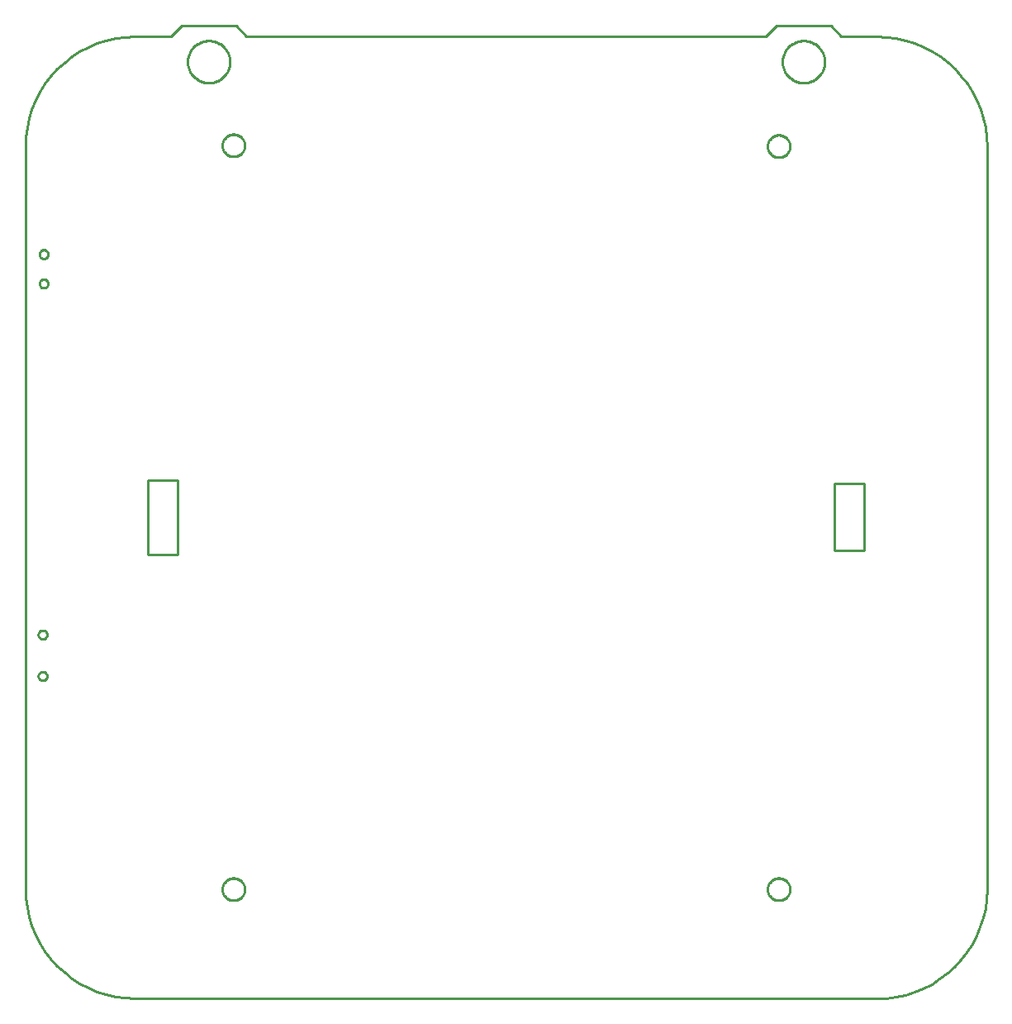
<source format=gbr>
G04 EAGLE Gerber RS-274X export*
G75*
%MOMM*%
%FSLAX34Y34*%
%LPD*%
%IN*%
%IPPOS*%
%AMOC8*
5,1,8,0,0,1.08239X$1,22.5*%
G01*
%ADD10C,0.254000*%


D10*
X15240Y128270D02*
X15612Y118472D01*
X16837Y108743D01*
X18905Y99158D01*
X21801Y89790D01*
X25502Y80710D01*
X29981Y71987D01*
X35202Y63688D01*
X41127Y55875D01*
X47711Y48609D01*
X54902Y41944D01*
X62648Y35931D01*
X70888Y30616D01*
X79559Y26039D01*
X88597Y22235D01*
X97932Y19234D01*
X107492Y17058D01*
X117207Y15723D01*
X127000Y15240D01*
X887730Y15240D01*
X897528Y15612D01*
X907257Y16837D01*
X916842Y18905D01*
X926210Y21801D01*
X935290Y25502D01*
X944013Y29981D01*
X952312Y35202D01*
X960125Y41127D01*
X967391Y47711D01*
X974056Y54902D01*
X980069Y62648D01*
X985384Y70888D01*
X989961Y79559D01*
X993765Y88597D01*
X996766Y97932D01*
X998942Y107492D01*
X1000277Y117207D01*
X1000760Y127000D01*
X1000760Y887730D01*
X1000330Y897581D01*
X999043Y907357D01*
X996909Y916984D01*
X993943Y926389D01*
X990170Y935499D01*
X985617Y944245D01*
X980319Y952561D01*
X974316Y960384D01*
X967654Y967654D01*
X960384Y974316D01*
X952561Y980319D01*
X944245Y985617D01*
X935499Y990170D01*
X926389Y993943D01*
X916984Y996909D01*
X907357Y999043D01*
X897581Y1000330D01*
X887730Y1000760D01*
X851408Y1000760D01*
X840613Y1011555D01*
X784987Y1011555D01*
X774192Y1000760D01*
X241808Y1000760D01*
X231013Y1011555D01*
X175387Y1011555D01*
X164592Y1000760D01*
X127000Y1000760D01*
X117207Y1000277D01*
X107492Y998942D01*
X97932Y996766D01*
X88597Y993765D01*
X79559Y989961D01*
X70888Y985384D01*
X62648Y980069D01*
X54902Y974056D01*
X47711Y967391D01*
X41127Y960125D01*
X35202Y952312D01*
X29981Y944013D01*
X25502Y935290D01*
X21801Y926210D01*
X18905Y916842D01*
X16837Y907257D01*
X15612Y897528D01*
X15240Y887730D01*
X15240Y128270D01*
X140970Y469900D02*
X171450Y469900D01*
X171450Y546100D01*
X140970Y546100D01*
X140970Y469900D01*
X844550Y473710D02*
X875030Y473710D01*
X875030Y542290D01*
X844550Y542290D01*
X844550Y473710D01*
X240030Y888551D02*
X239960Y887656D01*
X239819Y886768D01*
X239609Y885895D01*
X239332Y885041D01*
X238988Y884211D01*
X238580Y883411D01*
X238111Y882645D01*
X237583Y881918D01*
X237000Y881235D01*
X236365Y880600D01*
X235682Y880017D01*
X234955Y879489D01*
X234189Y879020D01*
X233389Y878612D01*
X232559Y878268D01*
X231705Y877991D01*
X230832Y877781D01*
X229945Y877640D01*
X229049Y877570D01*
X228151Y877570D01*
X227256Y877640D01*
X226368Y877781D01*
X225495Y877991D01*
X224641Y878268D01*
X223811Y878612D01*
X223011Y879020D01*
X222245Y879489D01*
X221518Y880017D01*
X220835Y880600D01*
X220200Y881235D01*
X219617Y881918D01*
X219089Y882645D01*
X218620Y883411D01*
X218212Y884211D01*
X217868Y885041D01*
X217591Y885895D01*
X217381Y886768D01*
X217240Y887656D01*
X217170Y888551D01*
X217170Y889449D01*
X217240Y890345D01*
X217381Y891232D01*
X217591Y892105D01*
X217868Y892959D01*
X218212Y893789D01*
X218620Y894589D01*
X219089Y895355D01*
X219617Y896082D01*
X220200Y896765D01*
X220835Y897400D01*
X221518Y897983D01*
X222245Y898511D01*
X223011Y898980D01*
X223811Y899388D01*
X224641Y899732D01*
X225495Y900009D01*
X226368Y900219D01*
X227256Y900360D01*
X228151Y900430D01*
X229049Y900430D01*
X229945Y900360D01*
X230832Y900219D01*
X231705Y900009D01*
X232559Y899732D01*
X233389Y899388D01*
X234189Y898980D01*
X234955Y898511D01*
X235682Y897983D01*
X236365Y897400D01*
X237000Y896765D01*
X237583Y896082D01*
X238111Y895355D01*
X238580Y894589D01*
X238988Y893789D01*
X239332Y892959D01*
X239609Y892105D01*
X239819Y891232D01*
X239960Y890345D01*
X240030Y889449D01*
X240030Y888551D01*
X798830Y887776D02*
X798760Y886881D01*
X798619Y885994D01*
X798409Y885120D01*
X798132Y884266D01*
X797788Y883436D01*
X797380Y882636D01*
X796911Y881870D01*
X796383Y881144D01*
X795800Y880461D01*
X795165Y879826D01*
X794482Y879242D01*
X793755Y878714D01*
X792989Y878245D01*
X792189Y877837D01*
X791359Y877494D01*
X790505Y877216D01*
X789632Y877006D01*
X788745Y876866D01*
X787849Y876795D01*
X786951Y876795D01*
X786056Y876866D01*
X785168Y877006D01*
X784295Y877216D01*
X783441Y877494D01*
X782611Y877837D01*
X781811Y878245D01*
X781045Y878714D01*
X780318Y879242D01*
X779635Y879826D01*
X779000Y880461D01*
X778417Y881144D01*
X777889Y881870D01*
X777420Y882636D01*
X777012Y883436D01*
X776668Y884266D01*
X776391Y885120D01*
X776181Y885994D01*
X776040Y886881D01*
X775970Y887776D01*
X775970Y888674D01*
X776040Y889570D01*
X776181Y890457D01*
X776391Y891330D01*
X776668Y892184D01*
X777012Y893014D01*
X777420Y893815D01*
X777889Y894580D01*
X778417Y895307D01*
X779000Y895990D01*
X779635Y896625D01*
X780318Y897208D01*
X781045Y897736D01*
X781811Y898206D01*
X782611Y898613D01*
X783441Y898957D01*
X784295Y899235D01*
X785168Y899444D01*
X786056Y899585D01*
X786951Y899655D01*
X787849Y899655D01*
X788745Y899585D01*
X789632Y899444D01*
X790505Y899235D01*
X791359Y898957D01*
X792189Y898613D01*
X792989Y898206D01*
X793755Y897736D01*
X794482Y897208D01*
X795165Y896625D01*
X795800Y895990D01*
X796383Y895307D01*
X796911Y894580D01*
X797380Y893815D01*
X797788Y893014D01*
X798132Y892184D01*
X798409Y891330D01*
X798619Y890457D01*
X798760Y889570D01*
X798830Y888674D01*
X798830Y887776D01*
X798830Y126551D02*
X798760Y125656D01*
X798619Y124768D01*
X798409Y123895D01*
X798132Y123041D01*
X797788Y122211D01*
X797380Y121411D01*
X796911Y120645D01*
X796383Y119918D01*
X795800Y119235D01*
X795165Y118600D01*
X794482Y118017D01*
X793755Y117489D01*
X792989Y117020D01*
X792189Y116612D01*
X791359Y116268D01*
X790505Y115991D01*
X789632Y115781D01*
X788745Y115640D01*
X787849Y115570D01*
X786951Y115570D01*
X786056Y115640D01*
X785168Y115781D01*
X784295Y115991D01*
X783441Y116268D01*
X782611Y116612D01*
X781811Y117020D01*
X781045Y117489D01*
X780318Y118017D01*
X779635Y118600D01*
X779000Y119235D01*
X778417Y119918D01*
X777889Y120645D01*
X777420Y121411D01*
X777012Y122211D01*
X776668Y123041D01*
X776391Y123895D01*
X776181Y124768D01*
X776040Y125656D01*
X775970Y126551D01*
X775970Y127449D01*
X776040Y128345D01*
X776181Y129232D01*
X776391Y130105D01*
X776668Y130959D01*
X777012Y131789D01*
X777420Y132589D01*
X777889Y133355D01*
X778417Y134082D01*
X779000Y134765D01*
X779635Y135400D01*
X780318Y135983D01*
X781045Y136511D01*
X781811Y136980D01*
X782611Y137388D01*
X783441Y137732D01*
X784295Y138009D01*
X785168Y138219D01*
X786056Y138360D01*
X786951Y138430D01*
X787849Y138430D01*
X788745Y138360D01*
X789632Y138219D01*
X790505Y138009D01*
X791359Y137732D01*
X792189Y137388D01*
X792989Y136980D01*
X793755Y136511D01*
X794482Y135983D01*
X795165Y135400D01*
X795800Y134765D01*
X796383Y134082D01*
X796911Y133355D01*
X797380Y132589D01*
X797788Y131789D01*
X798132Y130959D01*
X798409Y130105D01*
X798619Y129232D01*
X798760Y128345D01*
X798830Y127449D01*
X798830Y126551D01*
X240030Y126551D02*
X239960Y125656D01*
X239819Y124768D01*
X239609Y123895D01*
X239332Y123041D01*
X238988Y122211D01*
X238580Y121411D01*
X238111Y120645D01*
X237583Y119918D01*
X237000Y119235D01*
X236365Y118600D01*
X235682Y118017D01*
X234955Y117489D01*
X234189Y117020D01*
X233389Y116612D01*
X232559Y116268D01*
X231705Y115991D01*
X230832Y115781D01*
X229945Y115640D01*
X229049Y115570D01*
X228151Y115570D01*
X227256Y115640D01*
X226368Y115781D01*
X225495Y115991D01*
X224641Y116268D01*
X223811Y116612D01*
X223011Y117020D01*
X222245Y117489D01*
X221518Y118017D01*
X220835Y118600D01*
X220200Y119235D01*
X219617Y119918D01*
X219089Y120645D01*
X218620Y121411D01*
X218212Y122211D01*
X217868Y123041D01*
X217591Y123895D01*
X217381Y124768D01*
X217240Y125656D01*
X217170Y126551D01*
X217170Y127449D01*
X217240Y128345D01*
X217381Y129232D01*
X217591Y130105D01*
X217868Y130959D01*
X218212Y131789D01*
X218620Y132589D01*
X219089Y133355D01*
X219617Y134082D01*
X220200Y134765D01*
X220835Y135400D01*
X221518Y135983D01*
X222245Y136511D01*
X223011Y136980D01*
X223811Y137388D01*
X224641Y137732D01*
X225495Y138009D01*
X226368Y138219D01*
X227256Y138360D01*
X228151Y138430D01*
X229049Y138430D01*
X229945Y138360D01*
X230832Y138219D01*
X231705Y138009D01*
X232559Y137732D01*
X233389Y137388D01*
X234189Y136980D01*
X234955Y136511D01*
X235682Y135983D01*
X236365Y135400D01*
X237000Y134765D01*
X237583Y134082D01*
X238111Y133355D01*
X238580Y132589D01*
X238988Y131789D01*
X239332Y130959D01*
X239609Y130105D01*
X239819Y129232D01*
X239960Y128345D01*
X240030Y127449D01*
X240030Y126551D01*
X224790Y974073D02*
X224711Y972770D01*
X224554Y971475D01*
X224319Y970192D01*
X224007Y968925D01*
X223618Y967679D01*
X223156Y966459D01*
X222620Y965269D01*
X222014Y964114D01*
X221339Y962997D01*
X220598Y961924D01*
X219793Y960897D01*
X218928Y959920D01*
X218005Y958997D01*
X217029Y958132D01*
X216001Y957327D01*
X214928Y956586D01*
X213811Y955911D01*
X212656Y955305D01*
X211466Y954769D01*
X210246Y954307D01*
X209000Y953919D01*
X207733Y953606D01*
X206450Y953371D01*
X205155Y953214D01*
X203852Y953135D01*
X202548Y953135D01*
X201245Y953214D01*
X199950Y953371D01*
X198667Y953606D01*
X197400Y953919D01*
X196154Y954307D01*
X194934Y954769D01*
X193744Y955305D01*
X192589Y955911D01*
X191472Y956586D01*
X190399Y957327D01*
X189372Y958132D01*
X188395Y958997D01*
X187472Y959920D01*
X186607Y960897D01*
X185802Y961924D01*
X185061Y962997D01*
X184386Y964114D01*
X183780Y965269D01*
X183244Y966459D01*
X182782Y967679D01*
X182394Y968925D01*
X182081Y970192D01*
X181846Y971475D01*
X181689Y972770D01*
X181610Y974073D01*
X181610Y975377D01*
X181689Y976680D01*
X181846Y977975D01*
X182081Y979258D01*
X182394Y980525D01*
X182782Y981771D01*
X183244Y982991D01*
X183780Y984181D01*
X184386Y985336D01*
X185061Y986453D01*
X185802Y987526D01*
X186607Y988554D01*
X187472Y989530D01*
X188395Y990453D01*
X189372Y991318D01*
X190399Y992123D01*
X191472Y992864D01*
X192589Y993539D01*
X193744Y994145D01*
X194934Y994681D01*
X196154Y995143D01*
X197400Y995532D01*
X198667Y995844D01*
X199950Y996079D01*
X201245Y996236D01*
X202548Y996315D01*
X203852Y996315D01*
X205155Y996236D01*
X206450Y996079D01*
X207733Y995844D01*
X209000Y995532D01*
X210246Y995143D01*
X211466Y994681D01*
X212656Y994145D01*
X213811Y993539D01*
X214928Y992864D01*
X216001Y992123D01*
X217029Y991318D01*
X218005Y990453D01*
X218928Y989530D01*
X219793Y988554D01*
X220598Y987526D01*
X221339Y986453D01*
X222014Y985336D01*
X222620Y984181D01*
X223156Y982991D01*
X223618Y981771D01*
X224007Y980525D01*
X224319Y979258D01*
X224554Y977975D01*
X224711Y976680D01*
X224790Y975377D01*
X224790Y974073D01*
X834390Y974073D02*
X834311Y972770D01*
X834154Y971475D01*
X833919Y970192D01*
X833607Y968925D01*
X833218Y967679D01*
X832756Y966459D01*
X832220Y965269D01*
X831614Y964114D01*
X830939Y962997D01*
X830198Y961924D01*
X829393Y960897D01*
X828528Y959920D01*
X827605Y958997D01*
X826629Y958132D01*
X825601Y957327D01*
X824528Y956586D01*
X823411Y955911D01*
X822256Y955305D01*
X821066Y954769D01*
X819846Y954307D01*
X818600Y953919D01*
X817333Y953606D01*
X816050Y953371D01*
X814755Y953214D01*
X813452Y953135D01*
X812148Y953135D01*
X810845Y953214D01*
X809550Y953371D01*
X808267Y953606D01*
X807000Y953919D01*
X805754Y954307D01*
X804534Y954769D01*
X803344Y955305D01*
X802189Y955911D01*
X801072Y956586D01*
X799999Y957327D01*
X798972Y958132D01*
X797995Y958997D01*
X797072Y959920D01*
X796207Y960897D01*
X795402Y961924D01*
X794661Y962997D01*
X793986Y964114D01*
X793380Y965269D01*
X792844Y966459D01*
X792382Y967679D01*
X791994Y968925D01*
X791681Y970192D01*
X791446Y971475D01*
X791289Y972770D01*
X791210Y974073D01*
X791210Y975377D01*
X791289Y976680D01*
X791446Y977975D01*
X791681Y979258D01*
X791994Y980525D01*
X792382Y981771D01*
X792844Y982991D01*
X793380Y984181D01*
X793986Y985336D01*
X794661Y986453D01*
X795402Y987526D01*
X796207Y988554D01*
X797072Y989530D01*
X797995Y990453D01*
X798972Y991318D01*
X799999Y992123D01*
X801072Y992864D01*
X802189Y993539D01*
X803344Y994145D01*
X804534Y994681D01*
X805754Y995143D01*
X807000Y995532D01*
X808267Y995844D01*
X809550Y996079D01*
X810845Y996236D01*
X812148Y996315D01*
X813452Y996315D01*
X814755Y996236D01*
X816050Y996079D01*
X817333Y995844D01*
X818600Y995532D01*
X819846Y995143D01*
X821066Y994681D01*
X822256Y994145D01*
X823411Y993539D01*
X824528Y992864D01*
X825601Y992123D01*
X826629Y991318D01*
X827605Y990453D01*
X828528Y989530D01*
X829393Y988554D01*
X830198Y987526D01*
X830939Y986453D01*
X831614Y985336D01*
X832220Y984181D01*
X832756Y982991D01*
X833218Y981771D01*
X833607Y980525D01*
X833919Y979258D01*
X834154Y977975D01*
X834311Y976680D01*
X834390Y975377D01*
X834390Y974073D01*
X33805Y773000D02*
X33220Y773077D01*
X32650Y773230D01*
X32105Y773455D01*
X31595Y773750D01*
X31127Y774109D01*
X30709Y774527D01*
X30350Y774995D01*
X30055Y775505D01*
X29830Y776050D01*
X29677Y776620D01*
X29600Y777205D01*
X29600Y777795D01*
X29677Y778380D01*
X29830Y778950D01*
X30055Y779495D01*
X30350Y780005D01*
X30709Y780473D01*
X31127Y780891D01*
X31595Y781250D01*
X32105Y781545D01*
X32650Y781770D01*
X33220Y781923D01*
X33805Y782000D01*
X34395Y782000D01*
X34980Y781923D01*
X35550Y781770D01*
X36095Y781545D01*
X36605Y781250D01*
X37073Y780891D01*
X37491Y780473D01*
X37850Y780005D01*
X38145Y779495D01*
X38370Y778950D01*
X38523Y778380D01*
X38600Y777795D01*
X38600Y777205D01*
X38523Y776620D01*
X38370Y776050D01*
X38145Y775505D01*
X37850Y774995D01*
X37491Y774527D01*
X37073Y774109D01*
X36605Y773750D01*
X36095Y773455D01*
X35550Y773230D01*
X34980Y773077D01*
X34395Y773000D01*
X33805Y773000D01*
X33805Y743000D02*
X33220Y743077D01*
X32650Y743230D01*
X32105Y743455D01*
X31595Y743750D01*
X31127Y744109D01*
X30709Y744527D01*
X30350Y744995D01*
X30055Y745505D01*
X29830Y746050D01*
X29677Y746620D01*
X29600Y747205D01*
X29600Y747795D01*
X29677Y748380D01*
X29830Y748950D01*
X30055Y749495D01*
X30350Y750005D01*
X30709Y750473D01*
X31127Y750891D01*
X31595Y751250D01*
X32105Y751545D01*
X32650Y751770D01*
X33220Y751923D01*
X33805Y752000D01*
X34395Y752000D01*
X34980Y751923D01*
X35550Y751770D01*
X36095Y751545D01*
X36605Y751250D01*
X37073Y750891D01*
X37491Y750473D01*
X37850Y750005D01*
X38145Y749495D01*
X38370Y748950D01*
X38523Y748380D01*
X38600Y747795D01*
X38600Y747205D01*
X38523Y746620D01*
X38370Y746050D01*
X38145Y745505D01*
X37850Y744995D01*
X37491Y744527D01*
X37073Y744109D01*
X36605Y743750D01*
X36095Y743455D01*
X35550Y743230D01*
X34980Y743077D01*
X34395Y743000D01*
X33805Y743000D01*
X32670Y340886D02*
X32085Y340963D01*
X31515Y341116D01*
X30970Y341342D01*
X30459Y341637D01*
X29991Y341996D01*
X29574Y342413D01*
X29215Y342881D01*
X28920Y343392D01*
X28694Y343937D01*
X28542Y344507D01*
X28465Y345091D01*
X28465Y345681D01*
X28542Y346266D01*
X28694Y346836D01*
X28920Y347381D01*
X29215Y347892D01*
X29574Y348360D01*
X29991Y348777D01*
X30459Y349136D01*
X30970Y349431D01*
X31515Y349657D01*
X32085Y349809D01*
X32670Y349886D01*
X33260Y349886D01*
X33844Y349809D01*
X34414Y349657D01*
X34959Y349431D01*
X35470Y349136D01*
X35938Y348777D01*
X36355Y348360D01*
X36714Y347892D01*
X37009Y347381D01*
X37235Y346836D01*
X37388Y346266D01*
X37465Y345681D01*
X37465Y345091D01*
X37388Y344507D01*
X37235Y343937D01*
X37009Y343392D01*
X36714Y342881D01*
X36355Y342413D01*
X35938Y341996D01*
X35470Y341637D01*
X34959Y341342D01*
X34414Y341116D01*
X33844Y340963D01*
X33260Y340886D01*
X32670Y340886D01*
X32670Y383386D02*
X32085Y383463D01*
X31515Y383616D01*
X30970Y383842D01*
X30459Y384137D01*
X29991Y384496D01*
X29574Y384913D01*
X29215Y385381D01*
X28920Y385892D01*
X28694Y386437D01*
X28542Y387007D01*
X28465Y387591D01*
X28465Y388181D01*
X28542Y388766D01*
X28694Y389336D01*
X28920Y389881D01*
X29215Y390392D01*
X29574Y390860D01*
X29991Y391277D01*
X30459Y391636D01*
X30970Y391931D01*
X31515Y392157D01*
X32085Y392309D01*
X32670Y392386D01*
X33260Y392386D01*
X33844Y392309D01*
X34414Y392157D01*
X34959Y391931D01*
X35470Y391636D01*
X35938Y391277D01*
X36355Y390860D01*
X36714Y390392D01*
X37009Y389881D01*
X37235Y389336D01*
X37388Y388766D01*
X37465Y388181D01*
X37465Y387591D01*
X37388Y387007D01*
X37235Y386437D01*
X37009Y385892D01*
X36714Y385381D01*
X36355Y384913D01*
X35938Y384496D01*
X35470Y384137D01*
X34959Y383842D01*
X34414Y383616D01*
X33844Y383463D01*
X33260Y383386D01*
X32670Y383386D01*
M02*

</source>
